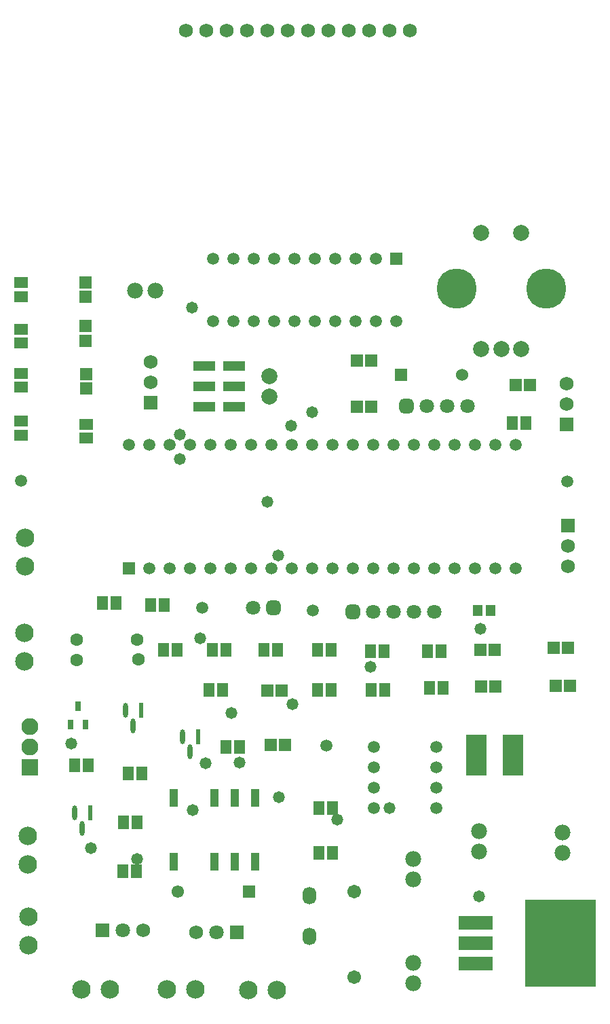
<source format=gts>
G04*
G04 #@! TF.GenerationSoftware,Altium Limited,Altium Designer,24.4.1 (13)*
G04*
G04 Layer_Color=8388736*
%FSLAX44Y44*%
%MOMM*%
G71*
G04*
G04 #@! TF.SameCoordinates,F6539689-3043-445A-A8EF-E24C1B7FCDF9*
G04*
G04*
G04 #@! TF.FilePolarity,Negative*
G04*
G01*
G75*
%ADD17R,2.5032X5.2032*%
%ADD18R,1.5046X1.5562*%
%ADD19R,1.3046X1.4562*%
%ADD20R,1.4032X1.6532*%
%ADD21R,1.6532X1.4032*%
%ADD22R,2.7032X1.2032*%
%ADD23R,4.2032X1.7032*%
%ADD24R,8.8032X10.9032*%
%ADD25R,1.0000X2.2000*%
G04:AMPARAMS|DCode=26|XSize=1.8242mm|YSize=0.618mm|CornerRadius=0.309mm|HoleSize=0mm|Usage=FLASHONLY|Rotation=270.000|XOffset=0mm|YOffset=0mm|HoleType=Round|Shape=RoundedRectangle|*
%AMROUNDEDRECTD26*
21,1,1.8242,0.0000,0,0,270.0*
21,1,1.2063,0.6180,0,0,270.0*
1,1,0.6180,0.0000,-0.6031*
1,1,0.6180,0.0000,0.6031*
1,1,0.6180,0.0000,0.6031*
1,1,0.6180,0.0000,-0.6031*
%
%ADD26ROUNDEDRECTD26*%
%ADD27R,0.6180X1.8242*%
%ADD28R,0.8032X1.2532*%
%ADD29R,1.5562X1.5046*%
%ADD30C,1.5032*%
%ADD31R,1.5032X1.5032*%
%ADD32C,1.7272*%
%ADD33C,2.3032*%
%ADD34R,2.1232X2.1232*%
%ADD35C,2.1232*%
%ADD36C,1.9812*%
%ADD37C,1.5240*%
%ADD38R,1.5240X1.5240*%
%ADD39C,2.0032*%
%ADD40C,1.7532*%
%ADD41R,1.7532X1.7532*%
%ADD42C,1.8032*%
G04:AMPARAMS|DCode=43|XSize=1.8032mm|YSize=1.8032mm|CornerRadius=0.5016mm|HoleSize=0mm|Usage=FLASHONLY|Rotation=0.000|XOffset=0mm|YOffset=0mm|HoleType=Round|Shape=RoundedRectangle|*
%AMROUNDEDRECTD43*
21,1,1.8032,0.8000,0,0,0.0*
21,1,0.8000,1.8032,0,0,0.0*
1,1,1.0032,0.4000,-0.4000*
1,1,1.0032,-0.4000,-0.4000*
1,1,1.0032,-0.4000,0.4000*
1,1,1.0032,0.4000,0.4000*
%
%ADD43ROUNDEDRECTD43*%
%ADD44R,1.8032X1.8032*%
%ADD45R,1.5500X1.5500*%
%ADD46C,1.5500*%
%ADD47O,1.7032X2.2032*%
%ADD48O,1.7272X2.2032*%
%ADD49C,1.7032*%
%ADD50C,1.6032*%
%ADD51C,5.0032*%
%ADD52C,1.4732*%
D17*
X707390Y359411D02*
D03*
X661670D02*
D03*
D18*
X758190Y492760D02*
D03*
X776206D02*
D03*
X760612Y445770D02*
D03*
X778628D02*
D03*
X711082Y820421D02*
D03*
X729098D02*
D03*
X513080Y793750D02*
D03*
X531096D02*
D03*
X684648Y490220D02*
D03*
X666632D02*
D03*
X423146Y372110D02*
D03*
X405130D02*
D03*
X685918Y444500D02*
D03*
X667902D02*
D03*
X401084Y439420D02*
D03*
X419100D02*
D03*
X512844Y850900D02*
D03*
X530860D02*
D03*
D19*
X663435Y539750D02*
D03*
X679450D02*
D03*
D20*
X723510Y773430D02*
D03*
X706510D02*
D03*
X237980Y214630D02*
D03*
X220980D02*
D03*
X482210Y237490D02*
D03*
X465210D02*
D03*
X238370Y275590D02*
D03*
X221370D02*
D03*
X482210Y293370D02*
D03*
X465210D02*
D03*
X227720Y336550D02*
D03*
X244720D02*
D03*
X160410Y346711D02*
D03*
X177410D02*
D03*
X332250Y490220D02*
D03*
X349250D02*
D03*
X271780D02*
D03*
X288780D02*
D03*
X546980Y488950D02*
D03*
X529980D02*
D03*
X396630Y490220D02*
D03*
X413630D02*
D03*
X480940D02*
D03*
X463940D02*
D03*
X618100Y488950D02*
D03*
X601100D02*
D03*
X603250Y443230D02*
D03*
X620250D02*
D03*
X255660Y546101D02*
D03*
X272660D02*
D03*
X530860Y440690D02*
D03*
X547860D02*
D03*
X345440D02*
D03*
X328440D02*
D03*
X480940D02*
D03*
X463940D02*
D03*
X195580Y548640D02*
D03*
X212580D02*
D03*
X349640Y369570D02*
D03*
X366639D02*
D03*
D21*
X175260Y754771D02*
D03*
Y771770D02*
D03*
X93980Y758581D02*
D03*
Y775580D02*
D03*
Y931301D02*
D03*
Y948300D02*
D03*
Y873270D02*
D03*
Y890270D02*
D03*
Y817880D02*
D03*
Y834880D02*
D03*
D22*
X359360Y844550D02*
D03*
X322360D02*
D03*
X359360Y819150D02*
D03*
X322360D02*
D03*
X359360Y793750D02*
D03*
X322360D02*
D03*
D23*
X661080Y149860D02*
D03*
Y124460D02*
D03*
Y99060D02*
D03*
D24*
X767080Y124460D02*
D03*
D25*
X284094Y306354D02*
D03*
X334894D02*
D03*
X360294D02*
D03*
X385694D02*
D03*
Y226354D02*
D03*
X360294D02*
D03*
X334894D02*
D03*
X284094D02*
D03*
D26*
X160934Y287224D02*
D03*
X170434Y268021D02*
D03*
X233904Y395741D02*
D03*
X224404Y414944D02*
D03*
X305054Y363271D02*
D03*
X295554Y382474D02*
D03*
D27*
X179934Y287224D02*
D03*
X243404Y414944D02*
D03*
X314554Y382474D02*
D03*
D28*
X155600Y397440D02*
D03*
X174600D02*
D03*
X165100Y420441D02*
D03*
D29*
X173990Y948926D02*
D03*
Y930910D02*
D03*
Y894198D02*
D03*
Y876182D02*
D03*
X175260Y834508D02*
D03*
Y816493D02*
D03*
D30*
X228214Y746414D02*
D03*
X253614D02*
D03*
X279014D02*
D03*
X304414D02*
D03*
X329814D02*
D03*
X355214D02*
D03*
X380614D02*
D03*
X406014D02*
D03*
X431414D02*
D03*
X456814D02*
D03*
X482214D02*
D03*
X507614D02*
D03*
X533014D02*
D03*
X558414D02*
D03*
X583814D02*
D03*
X609214D02*
D03*
X634614D02*
D03*
X660014D02*
D03*
X685414D02*
D03*
X710814D02*
D03*
Y592114D02*
D03*
X685414D02*
D03*
X660014D02*
D03*
X634614D02*
D03*
X609214D02*
D03*
X583814D02*
D03*
X558414D02*
D03*
X533014D02*
D03*
X507614D02*
D03*
X482214D02*
D03*
X456814D02*
D03*
X431414D02*
D03*
X406014D02*
D03*
X380614D02*
D03*
X355214D02*
D03*
X329814D02*
D03*
X304414D02*
D03*
X279014D02*
D03*
X253614D02*
D03*
X775584Y700694D02*
D03*
X93980Y701040D02*
D03*
X474980Y370840D02*
D03*
X319654Y543214D02*
D03*
X611820Y369571D02*
D03*
Y344170D02*
D03*
Y318771D02*
D03*
Y293370D02*
D03*
X533720D02*
D03*
Y318771D02*
D03*
Y344170D02*
D03*
Y369571D02*
D03*
X458084Y539404D02*
D03*
X536824Y978374D02*
D03*
X511424D02*
D03*
X486024D02*
D03*
X460624D02*
D03*
X435224D02*
D03*
X409824D02*
D03*
X384424D02*
D03*
X359024D02*
D03*
X333624D02*
D03*
Y900534D02*
D03*
X359024D02*
D03*
X384424D02*
D03*
X409824D02*
D03*
X435224D02*
D03*
X460624D02*
D03*
X486024D02*
D03*
X511424D02*
D03*
X536824D02*
D03*
X562224D02*
D03*
D31*
X228214Y592114D02*
D03*
X562224Y978374D02*
D03*
D32*
X579120Y1262380D02*
D03*
X553720D02*
D03*
X528320D02*
D03*
X502920D02*
D03*
X477520D02*
D03*
X452120D02*
D03*
X426720D02*
D03*
X401320D02*
D03*
X375920D02*
D03*
X350520D02*
D03*
X325120D02*
D03*
X299720D02*
D03*
X246380Y140970D02*
D03*
X312420Y138430D02*
D03*
D33*
X102484Y258734D02*
D03*
Y223174D02*
D03*
X97790Y511810D02*
D03*
Y476250D02*
D03*
X99060Y629921D02*
D03*
Y594361D02*
D03*
X412750Y66040D02*
D03*
X377190D02*
D03*
X204470Y67310D02*
D03*
X168910D02*
D03*
X102871Y121920D02*
D03*
Y157480D02*
D03*
X311150Y67310D02*
D03*
X275590D02*
D03*
D34*
X105024Y343824D02*
D03*
D35*
Y369224D02*
D03*
Y394624D02*
D03*
D36*
X769620Y262890D02*
D03*
Y237490D02*
D03*
X665480Y264160D02*
D03*
Y238760D02*
D03*
X582930Y74930D02*
D03*
Y100330D02*
D03*
Y204470D02*
D03*
Y229870D02*
D03*
X236220Y938531D02*
D03*
X261620D02*
D03*
D37*
X643920Y833120D02*
D03*
D38*
X567660D02*
D03*
D39*
X403860Y806450D02*
D03*
Y831850D02*
D03*
X718034Y1010724D02*
D03*
X668034D02*
D03*
X693034Y865724D02*
D03*
X718034D02*
D03*
X668034D02*
D03*
D40*
X255270Y849630D02*
D03*
Y824230D02*
D03*
X775970Y594360D02*
D03*
Y619760D02*
D03*
X774314Y822614D02*
D03*
Y797214D02*
D03*
D41*
X255270Y798830D02*
D03*
X775970Y645160D02*
D03*
X774314Y771814D02*
D03*
D42*
X558414Y538134D02*
D03*
X533014D02*
D03*
X583814D02*
D03*
X609214D02*
D03*
X383154Y543214D02*
D03*
X651124Y794674D02*
D03*
X625724D02*
D03*
X600324D02*
D03*
X220980Y140970D02*
D03*
X337820Y138430D02*
D03*
D43*
X507614Y538134D02*
D03*
X408554Y543214D02*
D03*
X574924Y794674D02*
D03*
D44*
X195580Y140970D02*
D03*
X363220Y138430D02*
D03*
D45*
X378024Y188884D02*
D03*
D46*
X289224D02*
D03*
D47*
X453390Y184150D02*
D03*
D48*
Y133350D02*
D03*
D49*
X509270Y82230D02*
D03*
Y189230D02*
D03*
D50*
X163068Y502920D02*
D03*
X163576Y478282D02*
D03*
X239014Y502920D02*
D03*
X240030Y478790D02*
D03*
D51*
X637034Y940724D02*
D03*
X749034D02*
D03*
D52*
X156210Y373380D02*
D03*
X323850Y349250D02*
D03*
X553720Y293370D02*
D03*
X666750Y516890D02*
D03*
X317500Y504698D02*
D03*
X488188Y278638D02*
D03*
X239014Y229852D02*
D03*
X456692Y787146D02*
D03*
X307340Y916940D02*
D03*
X401096Y675132D02*
D03*
X529980Y469256D02*
D03*
X308102Y290830D02*
D03*
X415544Y306578D02*
D03*
X665734Y183134D02*
D03*
X291846Y728218D02*
D03*
X356108Y412242D02*
D03*
X432816Y422910D02*
D03*
X181292Y243142D02*
D03*
X414782Y608584D02*
D03*
X291846Y758952D02*
D03*
X430784Y770382D02*
D03*
X366639Y350266D02*
D03*
M02*

</source>
